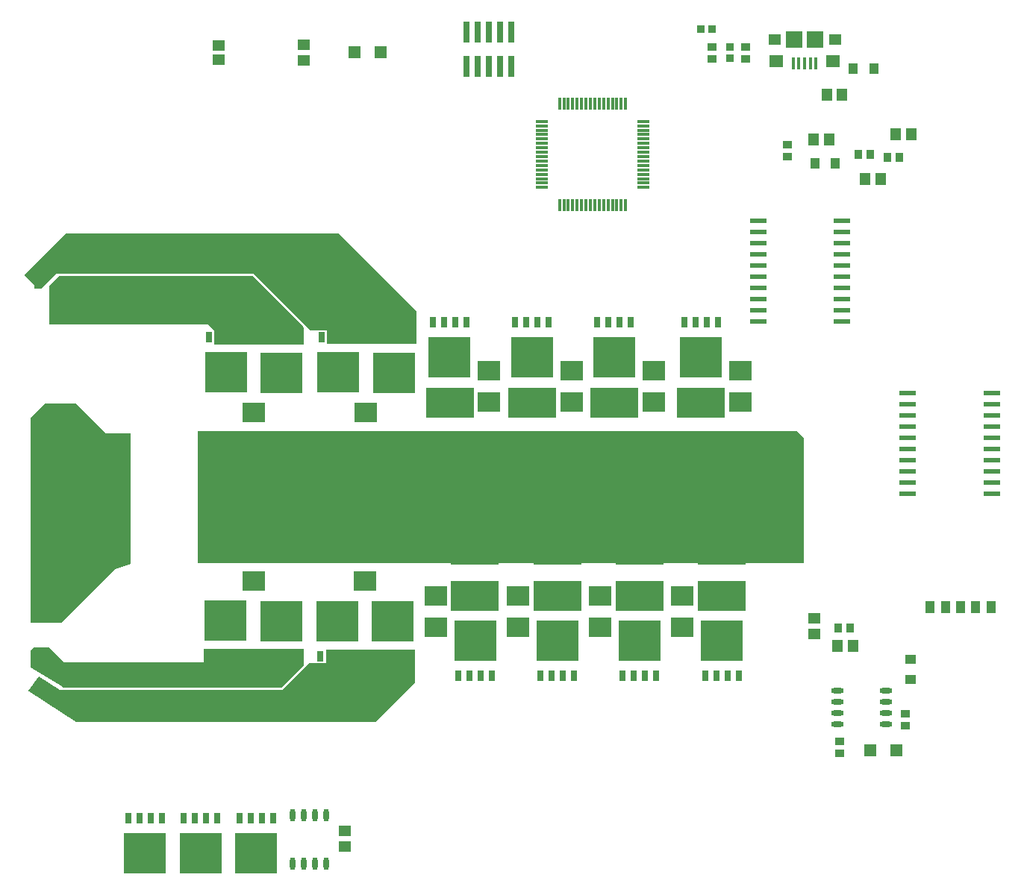
<source format=gbr>
%TF.GenerationSoftware,Altium Limited,Altium Designer,19.0.10 (269)*%
G04 Layer_Color=8421504*
%FSLAX26Y26*%
%MOIN*%
%TF.FileFunction,Paste,Top*%
%TF.Part,Single*%
G01*
G75*
%TA.AperFunction,SMDPad,CuDef*%
%ADD10R,0.011811X0.053150*%
%ADD11R,0.053150X0.011811*%
%ADD12R,0.039370X0.035433*%
%ADD13R,0.053150X0.057087*%
%ADD14R,0.045276X0.053150*%
%ADD15R,0.051181X0.043307*%
%ADD16R,0.102362X0.088583*%
%ADD17R,0.214567X0.137795*%
%ADD18R,0.027559X0.045276*%
%ADD19R,0.185039X0.181102*%
%ADD20R,0.043307X0.051181*%
%ADD21R,0.035433X0.039370*%
%TA.AperFunction,ConnectorPad*%
%ADD22R,0.015748X0.053150*%
%ADD23R,0.062992X0.055118*%
%ADD24R,0.057087X0.051181*%
%TA.AperFunction,SMDPad,CuDef*%
%ADD25R,0.074803X0.074803*%
%ADD26R,0.033465X0.037402*%
%ADD27R,0.037402X0.033465*%
%ADD28R,0.029921X0.094488*%
%ADD29R,0.074803X0.023622*%
%ADD30R,0.053150X0.045276*%
%ADD31O,0.023622X0.057087*%
%ADD32R,0.055118X0.051181*%
%ADD33R,0.042126X0.053937*%
%ADD34O,0.057087X0.023622*%
G36*
X2286000Y2863000D02*
Y2717000D01*
X1888000D01*
Y2777000D01*
X1813500Y2777000D01*
X1561500Y3029000D01*
X675500D01*
X609500Y2963000D01*
X583536Y2963000D01*
X580000Y2966536D01*
Y2980000D01*
X536000Y3024000D01*
X720000Y3208000D01*
X1941000D01*
X2286000Y2863000D01*
D02*
G37*
G36*
X1557000Y3018500D02*
X1785000Y2790500D01*
Y2713000D01*
X1385000D01*
X1384000Y2775000D01*
X1355000Y2804000D01*
X648000D01*
Y2975000D01*
X691500Y3018500D01*
X1557000Y3018500D01*
D02*
G37*
G36*
X3988000Y2325000D02*
X4018000Y2295000D01*
X4018000Y1737000D01*
X1309000D01*
Y2325000D01*
X3988000Y2325000D01*
D02*
G37*
G36*
X901000Y2315000D02*
X1012000D01*
Y1733575D01*
X1011801Y1732750D01*
X943791Y1710791D01*
X702000Y1469000D01*
X563000D01*
X563000Y2385000D01*
X628000Y2450000D01*
X766000D01*
X901000Y2315000D01*
D02*
G37*
G36*
X713901Y1291599D02*
X1337534Y1291599D01*
X1338534Y1353599D01*
X1783081D01*
X1783081Y1279081D01*
X1684500Y1180500D01*
X706661D01*
X703712Y1185526D01*
X563000Y1269000D01*
Y1346000D01*
X577000Y1360000D01*
X645500D01*
X713901Y1291599D01*
D02*
G37*
G36*
X2280120Y1202299D02*
X2102821Y1025000D01*
X767000D01*
X556019Y1162039D01*
X555068Y1166947D01*
X600000Y1231000D01*
X693500Y1167920D01*
X1686741D01*
X1807120Y1288299D01*
X1882120D01*
Y1348299D01*
X2280120D01*
Y1202299D01*
D02*
G37*
D10*
X2925984Y3789016D02*
D03*
X2945669D02*
D03*
X2965354D02*
D03*
X2985039D02*
D03*
X3004724D02*
D03*
X3024410D02*
D03*
X3044095D02*
D03*
X3063780D02*
D03*
X3083465D02*
D03*
X3103150D02*
D03*
X3122835D02*
D03*
X3142520D02*
D03*
X3162205D02*
D03*
X3181890D02*
D03*
X3201575D02*
D03*
X3221260D02*
D03*
Y3336260D02*
D03*
X3201575D02*
D03*
X3181890D02*
D03*
X3162205D02*
D03*
X3142520D02*
D03*
X3122835D02*
D03*
X3103150D02*
D03*
X3083465D02*
D03*
X3063780D02*
D03*
X3044095D02*
D03*
X3024410D02*
D03*
X3004724D02*
D03*
X2985039D02*
D03*
X2965354D02*
D03*
X2945669D02*
D03*
X2925984D02*
D03*
D11*
X3300000Y3710276D02*
D03*
Y3690590D02*
D03*
Y3670905D02*
D03*
Y3651220D02*
D03*
Y3631535D02*
D03*
Y3611850D02*
D03*
Y3592165D02*
D03*
Y3572480D02*
D03*
Y3552795D02*
D03*
Y3533110D02*
D03*
Y3513425D02*
D03*
Y3493740D02*
D03*
Y3474055D02*
D03*
Y3454370D02*
D03*
Y3434685D02*
D03*
Y3415000D02*
D03*
X2847244D02*
D03*
Y3434685D02*
D03*
Y3454370D02*
D03*
Y3474055D02*
D03*
Y3493740D02*
D03*
Y3513425D02*
D03*
Y3533110D02*
D03*
Y3552795D02*
D03*
Y3572480D02*
D03*
Y3592165D02*
D03*
Y3611850D02*
D03*
Y3631535D02*
D03*
Y3651220D02*
D03*
Y3670905D02*
D03*
Y3690590D02*
D03*
Y3710276D02*
D03*
D12*
X4176000Y939150D02*
D03*
Y886000D02*
D03*
X3757362Y3990410D02*
D03*
Y4043559D02*
D03*
X3607362Y3990410D02*
D03*
Y4043559D02*
D03*
X3942425Y3552425D02*
D03*
Y3605575D02*
D03*
X4471000Y1062034D02*
D03*
Y1008884D02*
D03*
D13*
X4312929Y898598D02*
D03*
X4429071D02*
D03*
X2126071Y4018449D02*
D03*
X2009929D02*
D03*
D14*
X4237449Y1365356D02*
D03*
X4168551D02*
D03*
X4360628Y3453000D02*
D03*
X4291730D02*
D03*
X4496449Y3653000D02*
D03*
X4427551D02*
D03*
X4061976Y3630468D02*
D03*
X4130874D02*
D03*
X4118976Y3830000D02*
D03*
X4187874D02*
D03*
D15*
X4493000Y1214724D02*
D03*
Y1305276D02*
D03*
D16*
X2739912Y1449118D02*
D03*
Y1588882D02*
D03*
X3107334Y1449118D02*
D03*
Y1588882D02*
D03*
X3474755D02*
D03*
Y1449118D02*
D03*
X2057000Y1794561D02*
D03*
Y1654797D02*
D03*
X1559523Y1795861D02*
D03*
Y1656097D02*
D03*
X1560000Y2269439D02*
D03*
Y2409203D02*
D03*
X2061437Y2269439D02*
D03*
Y2409203D02*
D03*
X3733386Y2595988D02*
D03*
Y2456224D02*
D03*
X3346421Y2455012D02*
D03*
Y2594776D02*
D03*
X2979000Y2455118D02*
D03*
Y2594882D02*
D03*
X2611579Y2595352D02*
D03*
Y2455588D02*
D03*
X2372491Y1588882D02*
D03*
Y1449118D02*
D03*
D17*
X2435466Y2453581D02*
D03*
Y2246888D02*
D03*
X2802888Y2453110D02*
D03*
Y2246417D02*
D03*
X3170309Y2453004D02*
D03*
Y2246311D02*
D03*
X3557273Y2454217D02*
D03*
Y2247524D02*
D03*
X3650867Y1590890D02*
D03*
Y1797583D02*
D03*
X3283446Y1590890D02*
D03*
Y1797583D02*
D03*
X2916024Y1590890D02*
D03*
Y1797583D02*
D03*
X2548603Y1590890D02*
D03*
Y1797583D02*
D03*
D18*
X3576064Y1231470D02*
D03*
X3626064D02*
D03*
X3676064D02*
D03*
X3726064D02*
D03*
X3208643D02*
D03*
X3258643D02*
D03*
X3308643D02*
D03*
X3358643D02*
D03*
X2841221D02*
D03*
X2891221D02*
D03*
X2941221D02*
D03*
X2991221D02*
D03*
X2473800D02*
D03*
X2523800D02*
D03*
X2573800D02*
D03*
X2623800D02*
D03*
X2105477Y1317701D02*
D03*
X2155477D02*
D03*
X2205477D02*
D03*
X2255477D02*
D03*
X1857081Y1319000D02*
D03*
X1907081D02*
D03*
X1957081D02*
D03*
X2007081D02*
D03*
X1608000D02*
D03*
X1658000D02*
D03*
X1708000D02*
D03*
X1758000D02*
D03*
X1359604Y1320299D02*
D03*
X1409604D02*
D03*
X1459604D02*
D03*
X1509604D02*
D03*
X1511523Y2746299D02*
D03*
X1461523D02*
D03*
X1411523D02*
D03*
X1361523D02*
D03*
X1759919Y2745000D02*
D03*
X1709919D02*
D03*
X1659919D02*
D03*
X1609919D02*
D03*
X2012961Y2746299D02*
D03*
X1962961D02*
D03*
X1912961D02*
D03*
X1862961D02*
D03*
X2261356Y2745000D02*
D03*
X2211356D02*
D03*
X2161356D02*
D03*
X2111356D02*
D03*
X2510269Y2813000D02*
D03*
X2460269D02*
D03*
X2410269D02*
D03*
X2360269D02*
D03*
X2877691Y2812530D02*
D03*
X2827691D02*
D03*
X2777691D02*
D03*
X2727691D02*
D03*
X3245112Y2812423D02*
D03*
X3195112D02*
D03*
X3145112D02*
D03*
X3095112D02*
D03*
X3632077Y2813636D02*
D03*
X3582077D02*
D03*
X3532077D02*
D03*
X3482077D02*
D03*
X1495792Y596000D02*
D03*
X1545792D02*
D03*
X1595792D02*
D03*
X1645792D02*
D03*
X1247396D02*
D03*
X1297396D02*
D03*
X1347396D02*
D03*
X1397396D02*
D03*
X999000D02*
D03*
X1049000D02*
D03*
X1099000D02*
D03*
X1149000D02*
D03*
D19*
X3651064Y1388951D02*
D03*
X3283643D02*
D03*
X2916221D02*
D03*
X2548800D02*
D03*
X2180477Y1475181D02*
D03*
X1932081Y1476480D02*
D03*
X1683000D02*
D03*
X1434604Y1477780D02*
D03*
X1436523Y2588819D02*
D03*
X1684919Y2587520D02*
D03*
X1937961Y2588819D02*
D03*
X2186356Y2587520D02*
D03*
X2435269Y2655520D02*
D03*
X2802691Y2655049D02*
D03*
X3170112Y2654943D02*
D03*
X3557077Y2656156D02*
D03*
X1570792Y438520D02*
D03*
X1322396D02*
D03*
X1074000D02*
D03*
D20*
X4329223Y3946000D02*
D03*
X4238671D02*
D03*
X4156701Y3523000D02*
D03*
X4066150D02*
D03*
D21*
X4391850Y3548000D02*
D03*
X4445000D02*
D03*
X4315000Y3564000D02*
D03*
X4261850D02*
D03*
X4170425Y1447000D02*
D03*
X4223575D02*
D03*
D22*
X4071850Y3969685D02*
D03*
X4046260D02*
D03*
X4020669D02*
D03*
X3995079D02*
D03*
X3969488D02*
D03*
D23*
X4146654Y3978543D02*
D03*
X3894685D02*
D03*
D24*
X4155512Y4075000D02*
D03*
X3885827D02*
D03*
D25*
X4067913D02*
D03*
X3973425D02*
D03*
D26*
X3607953Y4121984D02*
D03*
X3556772D02*
D03*
D27*
X3687362Y4042575D02*
D03*
Y3991394D02*
D03*
D28*
X2710000Y4109772D02*
D03*
Y3956228D02*
D03*
X2660000Y4109772D02*
D03*
Y3956228D02*
D03*
X2610000Y4109772D02*
D03*
Y3956228D02*
D03*
X2560000Y4109772D02*
D03*
Y3956228D02*
D03*
X2510000Y4109772D02*
D03*
Y3956228D02*
D03*
D29*
X4188008Y2816000D02*
D03*
Y2866000D02*
D03*
Y2916000D02*
D03*
Y2966000D02*
D03*
Y3016000D02*
D03*
Y3066000D02*
D03*
Y3116000D02*
D03*
Y3166000D02*
D03*
Y3216000D02*
D03*
Y3266000D02*
D03*
X3813992Y2816000D02*
D03*
Y2866000D02*
D03*
Y2916000D02*
D03*
Y2966000D02*
D03*
Y3016000D02*
D03*
Y3066000D02*
D03*
Y3116000D02*
D03*
Y3166000D02*
D03*
Y3216000D02*
D03*
Y3266000D02*
D03*
X4481992Y2496000D02*
D03*
Y2446000D02*
D03*
Y2396000D02*
D03*
Y2346000D02*
D03*
Y2296000D02*
D03*
Y2246000D02*
D03*
Y2196000D02*
D03*
Y2146000D02*
D03*
Y2096000D02*
D03*
Y2046000D02*
D03*
X4856008Y2496000D02*
D03*
Y2446000D02*
D03*
Y2396000D02*
D03*
Y2346000D02*
D03*
Y2296000D02*
D03*
Y2246000D02*
D03*
Y2196000D02*
D03*
Y2146000D02*
D03*
Y2096000D02*
D03*
Y2046000D02*
D03*
D30*
X1968345Y470551D02*
D03*
Y539449D02*
D03*
X1783000Y3984000D02*
D03*
Y4052898D02*
D03*
X4064000Y1488449D02*
D03*
Y1419551D02*
D03*
D31*
X1884345Y608284D02*
D03*
X1834345D02*
D03*
X1784345D02*
D03*
X1734345D02*
D03*
X1884345Y393717D02*
D03*
X1834345D02*
D03*
X1784345D02*
D03*
X1734345D02*
D03*
D32*
X1403000Y4049945D02*
D03*
Y3986953D02*
D03*
D33*
X4852323Y1538858D02*
D03*
X4784606D02*
D03*
X4716890D02*
D03*
X4649173D02*
D03*
X4581457D02*
D03*
D34*
X4382732Y1014908D02*
D03*
Y1064908D02*
D03*
Y1114908D02*
D03*
Y1164908D02*
D03*
X4168165Y1014908D02*
D03*
Y1064908D02*
D03*
Y1114908D02*
D03*
Y1164908D02*
D03*
%TF.MD5,ed4f046a8bbd5c63f35a1748ab52d914*%
M02*

</source>
